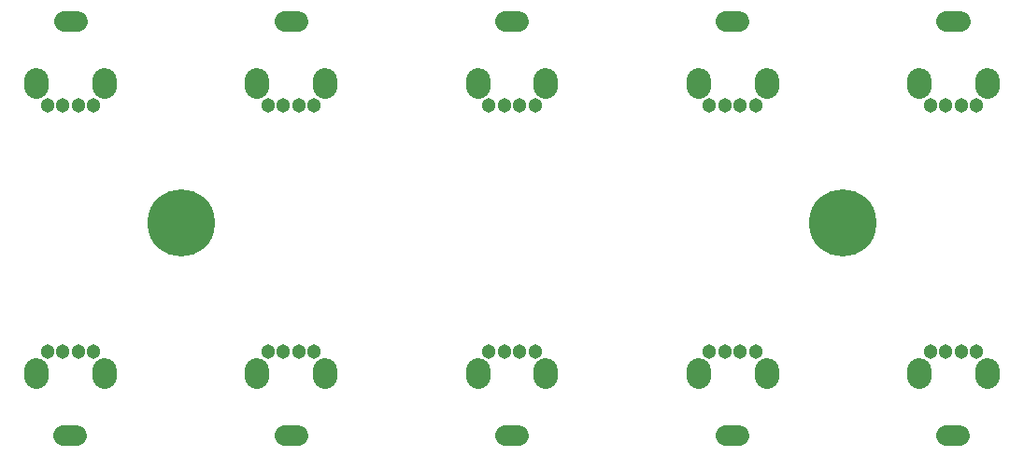
<source format=gts>
G04 Layer: TopSolderMaskLayer*
G04 EasyEDA v6.5.9, 2022-09-16 17:49:15*
G04 a67cddfb3fce44daa9051d46cbbcc19f,10*
G04 Gerber Generator version 0.2*
G04 Scale: 100 percent, Rotated: No, Reflected: No *
G04 Dimensions in millimeters *
G04 leading zeros omitted , absolute positions ,4 integer and 5 decimal *
%FSLAX45Y45*%
%MOMM*%

%ADD10C,2.2016*%
%ADD11C,1.9016*%
%ADD12C,1.3015*%
%ADD13C,6.1016*%
%ADD14C,1.2700*%

%LPD*%
D10*
X691895Y710084D02*
G01*
X691895Y650082D01*
X1308100Y650082D02*
G01*
X1308100Y710084D01*
D11*
X1058981Y120014D02*
G01*
X938982Y120014D01*
D10*
X2691891Y710084D02*
G01*
X2691891Y650082D01*
X3308095Y650082D02*
G01*
X3308095Y710087D01*
D11*
X3058977Y120014D02*
G01*
X2938978Y120014D01*
D10*
X4691888Y710084D02*
G01*
X4691888Y650082D01*
X5308091Y650082D02*
G01*
X5308091Y710087D01*
D11*
X5058973Y120014D02*
G01*
X4938974Y120014D01*
D10*
X6691909Y710084D02*
G01*
X6691909Y650082D01*
X7308113Y650082D02*
G01*
X7308113Y710087D01*
D11*
X7058995Y120014D02*
G01*
X6938995Y120014D01*
D10*
X8691905Y710084D02*
G01*
X8691905Y650082D01*
X9308109Y650082D02*
G01*
X9308109Y710087D01*
D11*
X9058991Y120014D02*
G01*
X8938991Y120014D01*
D10*
X1308100Y3289904D02*
G01*
X1308100Y3349906D01*
X691895Y3349906D02*
G01*
X691895Y3289904D01*
D11*
X941014Y3879977D02*
G01*
X1061013Y3879977D01*
D10*
X3308095Y3289904D02*
G01*
X3308095Y3349906D01*
X2691891Y3349909D02*
G01*
X2691891Y3289904D01*
D11*
X2941010Y3879977D02*
G01*
X3061009Y3879977D01*
D10*
X9308109Y3289904D02*
G01*
X9308109Y3349906D01*
X8691905Y3349909D02*
G01*
X8691905Y3289904D01*
D11*
X8941023Y3879977D02*
G01*
X9061023Y3879977D01*
D10*
X7308113Y3289904D02*
G01*
X7308113Y3349906D01*
X6691909Y3349909D02*
G01*
X6691909Y3289904D01*
D11*
X6941027Y3879977D02*
G01*
X7061027Y3879977D01*
D10*
X5308091Y3289904D02*
G01*
X5308091Y3349906D01*
X4691888Y3349909D02*
G01*
X4691888Y3289904D01*
D11*
X4941006Y3879977D02*
G01*
X5061005Y3879977D01*
D12*
G01*
X1209802Y879982D03*
G01*
X1069847Y879982D03*
G01*
X930147Y879982D03*
G01*
X790194Y879982D03*
G01*
X3209797Y879982D03*
G01*
X3069843Y879982D03*
G01*
X2930143Y879982D03*
G01*
X2790190Y879982D03*
G01*
X5209793Y879982D03*
G01*
X5069840Y879982D03*
G01*
X4930140Y879982D03*
G01*
X4790186Y879982D03*
G01*
X7209815Y879982D03*
G01*
X7069861Y879982D03*
G01*
X6930161Y879982D03*
G01*
X6790207Y879982D03*
G01*
X9209811Y879982D03*
G01*
X9069857Y879982D03*
G01*
X8930157Y879982D03*
G01*
X8790203Y879982D03*
G01*
X790194Y3120009D03*
G01*
X930147Y3120009D03*
G01*
X1069847Y3120009D03*
G01*
X1209802Y3120009D03*
G01*
X2790190Y3120009D03*
G01*
X2930143Y3120009D03*
G01*
X3069843Y3120009D03*
G01*
X3209797Y3120009D03*
G01*
X8790203Y3120009D03*
G01*
X8930157Y3120009D03*
G01*
X9069857Y3120009D03*
G01*
X9209811Y3120009D03*
G01*
X6790207Y3120009D03*
G01*
X6930161Y3120009D03*
G01*
X7069861Y3120009D03*
G01*
X7209815Y3120009D03*
G01*
X4790186Y3120009D03*
G01*
X4930140Y3120009D03*
G01*
X5069840Y3120009D03*
G01*
X5209793Y3120009D03*
D13*
G01*
X1999995Y2050008D03*
D14*
G01*
X1999995Y2275001D03*
G01*
X1840890Y2209114D03*
G01*
X1775002Y2050008D03*
G01*
X1840890Y1890903D03*
G01*
X1999995Y1825015D03*
G01*
X2159101Y1890903D03*
G01*
X2224989Y2050008D03*
G01*
X2159101Y2209114D03*
D13*
G01*
X8000009Y2050008D03*
D14*
G01*
X8000009Y2275001D03*
G01*
X7840903Y2209114D03*
G01*
X7775016Y2050008D03*
G01*
X7840903Y1890903D03*
G01*
X8000009Y1825015D03*
G01*
X8159115Y1890903D03*
G01*
X8225002Y2050008D03*
G01*
X8159115Y2209114D03*
M02*

</source>
